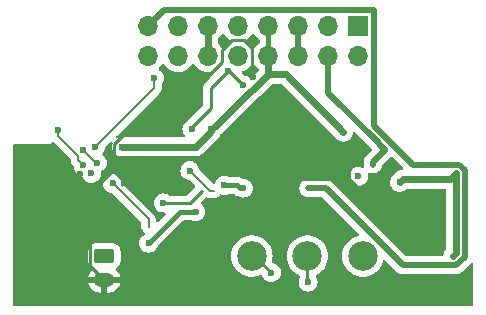
<source format=gbr>
%TF.GenerationSoftware,KiCad,Pcbnew,8.0.1*%
%TF.CreationDate,2024-03-24T23:40:04+02:00*%
%TF.ProjectId,circuit schematic,63697263-7569-4742-9073-6368656d6174,rev?*%
%TF.SameCoordinates,Original*%
%TF.FileFunction,Copper,L2,Bot*%
%TF.FilePolarity,Positive*%
%FSLAX46Y46*%
G04 Gerber Fmt 4.6, Leading zero omitted, Abs format (unit mm)*
G04 Created by KiCad (PCBNEW 8.0.1) date 2024-03-24 23:40:04*
%MOMM*%
%LPD*%
G01*
G04 APERTURE LIST*
G04 Aperture macros list*
%AMRoundRect*
0 Rectangle with rounded corners*
0 $1 Rounding radius*
0 $2 $3 $4 $5 $6 $7 $8 $9 X,Y pos of 4 corners*
0 Add a 4 corners polygon primitive as box body*
4,1,4,$2,$3,$4,$5,$6,$7,$8,$9,$2,$3,0*
0 Add four circle primitives for the rounded corners*
1,1,$1+$1,$2,$3*
1,1,$1+$1,$4,$5*
1,1,$1+$1,$6,$7*
1,1,$1+$1,$8,$9*
0 Add four rect primitives between the rounded corners*
20,1,$1+$1,$2,$3,$4,$5,0*
20,1,$1+$1,$4,$5,$6,$7,0*
20,1,$1+$1,$6,$7,$8,$9,0*
20,1,$1+$1,$8,$9,$2,$3,0*%
G04 Aperture macros list end*
%TA.AperFunction,ComponentPad*%
%ADD10R,1.700000X1.700000*%
%TD*%
%TA.AperFunction,ComponentPad*%
%ADD11O,1.700000X1.700000*%
%TD*%
%TA.AperFunction,ComponentPad*%
%ADD12C,2.500000*%
%TD*%
%TA.AperFunction,ComponentPad*%
%ADD13RoundRect,0.250000X-0.625000X0.350000X-0.625000X-0.350000X0.625000X-0.350000X0.625000X0.350000X0*%
%TD*%
%TA.AperFunction,ComponentPad*%
%ADD14O,1.750000X1.200000*%
%TD*%
%TA.AperFunction,ViaPad*%
%ADD15C,0.600000*%
%TD*%
%TA.AperFunction,Conductor*%
%ADD16C,0.400000*%
%TD*%
%TA.AperFunction,Conductor*%
%ADD17C,0.600000*%
%TD*%
%TA.AperFunction,Conductor*%
%ADD18C,0.250000*%
%TD*%
%TA.AperFunction,Conductor*%
%ADD19C,0.200000*%
%TD*%
%TA.AperFunction,Conductor*%
%ADD20C,0.500000*%
%TD*%
G04 APERTURE END LIST*
D10*
%TO.P,J3,1,Pin_1*%
%TO.N,Motor2_A*%
X134500000Y-52500000D03*
D11*
%TO.P,J3,2,Pin_2*%
%TO.N,PWM1*%
X134500000Y-55040000D03*
%TO.P,J3,3,Pin_3*%
%TO.N,Motor2_B*%
X131960000Y-52500000D03*
%TO.P,J3,4,Pin_4*%
%TO.N,PWM2*%
X131960000Y-55040000D03*
%TO.P,J3,5,Pin_5*%
%TO.N,GND*%
X129420000Y-52500000D03*
%TO.P,J3,6,Pin_6*%
X129420000Y-55040000D03*
%TO.P,J3,7,Pin_7*%
%TO.N,BATT_1*%
X126880000Y-52500000D03*
%TO.P,J3,8,Pin_8*%
X126880000Y-55040000D03*
%TO.P,J3,9,Pin_9*%
%TO.N,RESERVE*%
X124340000Y-52500000D03*
%TO.P,J3,10,Pin_10*%
%TO.N,BATT_ADC*%
X124340000Y-55040000D03*
%TO.P,J3,11,Pin_11*%
%TO.N,+5V*%
X121800000Y-52500000D03*
%TO.P,J3,12,Pin_12*%
X121800000Y-55040000D03*
%TO.P,J3,13,Pin_13*%
%TO.N,Motor1_A*%
X119260000Y-52500000D03*
%TO.P,J3,14,Pin_14*%
%TO.N,PWM3*%
X119260000Y-55040000D03*
%TO.P,J3,15,Pin_15*%
%TO.N,Motor1_B*%
X116720000Y-52500000D03*
%TO.P,J3,16,Pin_16*%
%TO.N,PWM4*%
X116720000Y-55040000D03*
%TD*%
D12*
%TO.P,SW1,1,1*%
%TO.N,Net-(JP3-A)*%
X134900000Y-72000000D03*
%TO.P,SW1,2,2*%
%TO.N,Net-(J2-Pin_1)*%
X130200000Y-72000000D03*
%TO.P,SW1,3,3*%
%TO.N,Net-(JP6-A)*%
X125500000Y-72000000D03*
%TD*%
D13*
%TO.P,J2,1,Pin_1*%
%TO.N,Net-(J2-Pin_1)*%
X113000000Y-72000000D03*
D14*
%TO.P,J2,2,Pin_2*%
%TO.N,GND*%
X113000000Y-74000000D03*
%TD*%
D15*
%TO.N,Net-(JP10-A)*%
X116750000Y-70900000D03*
%TO.N,BATT_1*%
X122075000Y-61250000D03*
%TO.N,BATT_ADC*%
X120425000Y-61250000D03*
%TO.N,BATT_1*%
X111238862Y-63025000D03*
X112407193Y-64092807D03*
%TO.N,PWM3*%
X112250000Y-62750000D03*
%TO.N,GND*%
X110981740Y-65067432D03*
X120251701Y-58250000D03*
%TO.N,BATT_1*%
X114460000Y-62750000D03*
X138000000Y-65750000D03*
%TO.N,GND*%
X125690000Y-65500000D03*
X125559314Y-56809314D03*
%TO.N,*%
X111900479Y-65003981D03*
%TO.N,GND*%
X134770000Y-66500000D03*
X133750000Y-64625000D03*
%TO.N,BATT_1*%
X133250000Y-61500000D03*
%TO.N,BATT_ADC*%
X124750000Y-57500000D03*
%TO.N,PWM1*%
X134500000Y-65250000D03*
X134500000Y-65250000D03*
%TO.N,PWM4*%
X111190846Y-64295242D03*
%TO.N,Net-(JP10-A)*%
X124770000Y-66250000D03*
%TO.N,PWM2*%
X136750000Y-63000000D03*
%TO.N,BATT_ADC*%
X123460686Y-56289314D03*
%TO.N,Net-(JP10-A)*%
X120750000Y-68250000D03*
%TO.N,BATT_1*%
X113700000Y-65844659D03*
%TO.N,/STAT*%
X118000000Y-67500000D03*
%TO.N,Net-(J2-Pin_1)*%
X130250000Y-74200000D03*
%TO.N,Net-(JP6-A)*%
X127145281Y-73395281D03*
%TO.N,Net-(JP10-A)*%
X123170000Y-66000000D03*
%TO.N,Net-(U1-V_{SS})*%
X120250000Y-64762500D03*
%TO.N,PWM3*%
X117250000Y-56929264D03*
%TO.N,PWM4*%
X109050000Y-61288235D03*
%TD*%
D16*
%TO.N,Net-(JP10-A)*%
X119400000Y-68250000D02*
X116750000Y-70900000D01*
X120750000Y-68250000D02*
X119400000Y-68250000D01*
D17*
%TO.N,BATT_1*%
X125668629Y-57831371D02*
X126880000Y-56620000D01*
X125550000Y-57831371D02*
X125668629Y-57831371D01*
X122131371Y-61250000D02*
X125550000Y-57831371D01*
X122075000Y-61250000D02*
X122131371Y-61250000D01*
X122075000Y-61425000D02*
X122075000Y-61250000D01*
X120750000Y-62750000D02*
X122075000Y-61425000D01*
D18*
%TO.N,BATT_ADC*%
X122000000Y-59500000D02*
X120425000Y-61075000D01*
X120425000Y-61075000D02*
X120425000Y-61250000D01*
X122000000Y-57750000D02*
X122000000Y-59500000D01*
X123460686Y-56289314D02*
X122000000Y-57750000D01*
D19*
%TO.N,BATT_1*%
X112306669Y-64092807D02*
X111238862Y-63025000D01*
X112407193Y-64092807D02*
X112306669Y-64092807D01*
%TO.N,PWM3*%
X117250000Y-57750000D02*
X112250000Y-62750000D01*
D18*
%TO.N,GND*%
X110981740Y-65067432D02*
X110981740Y-65883441D01*
X110981740Y-65883441D02*
X111800000Y-66701701D01*
D19*
%TO.N,PWM3*%
X117250000Y-56929264D02*
X117250000Y-57750000D01*
D18*
%TO.N,GND*%
X113666701Y-64835000D02*
X111800000Y-66701701D01*
X113835000Y-64835000D02*
X113666701Y-64835000D01*
X113835000Y-64835000D02*
X113835000Y-62491117D01*
X113835000Y-62491117D02*
X118076117Y-58250000D01*
X118076117Y-58250000D02*
X120251701Y-58250000D01*
X114500000Y-65500000D02*
X113835000Y-64835000D01*
X114500000Y-66000000D02*
X114500000Y-65500000D01*
X111800000Y-66701701D02*
X111800000Y-72800000D01*
X111800000Y-72800000D02*
X113000000Y-74000000D01*
X122975000Y-55526701D02*
X120251701Y-58250000D01*
D17*
%TO.N,BATT_1*%
X120750000Y-62750000D02*
X114460000Y-62750000D01*
X138250000Y-65500000D02*
X138000000Y-65750000D01*
X142250000Y-65500000D02*
X138250000Y-65500000D01*
X142750000Y-65000000D02*
X142750000Y-71750000D01*
D18*
%TO.N,GND*%
X125710000Y-65480000D02*
X125690000Y-65500000D01*
X133750000Y-65480000D02*
X125710000Y-65480000D01*
X122975000Y-54553299D02*
X122975000Y-55526701D01*
X123853299Y-53675000D02*
X122975000Y-54553299D01*
X124826701Y-53675000D02*
X123853299Y-53675000D01*
X125515000Y-56853628D02*
X125515000Y-54363299D01*
X125515000Y-54363299D02*
X124826701Y-53675000D01*
X125559314Y-56809314D02*
X125515000Y-56853628D01*
X133750000Y-64625000D02*
X133750000Y-65480000D01*
X133750000Y-65480000D02*
X134770000Y-66500000D01*
D17*
%TO.N,BATT_1*%
X128370000Y-56620000D02*
X133250000Y-61500000D01*
X126880000Y-56620000D02*
X128370000Y-56620000D01*
D18*
%TO.N,BATT_ADC*%
X123539314Y-56289314D02*
X124750000Y-57500000D01*
X123460686Y-56289314D02*
X123539314Y-56289314D01*
D20*
%TO.N,PWM2*%
X135750000Y-64000000D02*
X135750000Y-64250000D01*
X136750000Y-63000000D02*
X135750000Y-64000000D01*
D19*
%TO.N,PWM4*%
X110750000Y-63854396D02*
X111190846Y-64295242D01*
X110750000Y-63500000D02*
X110750000Y-63854396D01*
X109050000Y-61288235D02*
X109050000Y-61800000D01*
X109050000Y-61800000D02*
X110750000Y-63500000D01*
D16*
%TO.N,Net-(JP10-A)*%
X124500000Y-66250000D02*
X124770000Y-66250000D01*
X124250000Y-66000000D02*
X124500000Y-66250000D01*
X123170000Y-66000000D02*
X124250000Y-66000000D01*
%TO.N,BATT_1*%
X126880000Y-52500000D02*
X126880000Y-55040000D01*
D17*
%TO.N,+5V*%
X121800000Y-52500000D02*
X121800000Y-55040000D01*
D20*
%TO.N,PWM2*%
X136250000Y-62500000D02*
X136750000Y-63000000D01*
X136250000Y-62439340D02*
X136250000Y-62500000D01*
X131960000Y-58149340D02*
X136250000Y-62439340D01*
X131960000Y-55040000D02*
X131960000Y-58149340D01*
%TO.N,Motor1_B*%
X138250000Y-72750000D02*
X131750000Y-66250000D01*
X142810660Y-72750000D02*
X138250000Y-72750000D01*
X143500000Y-64689340D02*
X143500000Y-72060660D01*
X139100000Y-64250000D02*
X143060660Y-64250000D01*
X135800000Y-60950000D02*
X139100000Y-64250000D01*
X135800000Y-51200000D02*
X135800000Y-60950000D01*
X118020000Y-51200000D02*
X135800000Y-51200000D01*
X143500000Y-72060660D02*
X142810660Y-72750000D01*
X131750000Y-66250000D02*
X130250000Y-66250000D01*
X143060660Y-64250000D02*
X143500000Y-64689340D01*
X116720000Y-52500000D02*
X118020000Y-51200000D01*
D17*
%TO.N,BATT_1*%
X126880000Y-55040000D02*
X126880000Y-56620000D01*
D19*
X113700000Y-65844659D02*
X116750000Y-68894659D01*
X116750000Y-68894659D02*
X116750000Y-69500000D01*
D17*
X142750000Y-71750000D02*
X142500000Y-72000000D01*
X142250000Y-65500000D02*
X142750000Y-65000000D01*
D18*
%TO.N,/STAT*%
X120250000Y-67500000D02*
X121250000Y-66500000D01*
X118000000Y-67500000D02*
X120250000Y-67500000D01*
%TO.N,GND*%
X113000000Y-74000000D02*
X113575000Y-74000000D01*
%TO.N,Net-(J2-Pin_1)*%
X130200000Y-74150000D02*
X130250000Y-74200000D01*
X130200000Y-72000000D02*
X130200000Y-74150000D01*
%TO.N,Net-(JP6-A)*%
X125750000Y-72000000D02*
X127145281Y-73395281D01*
X125500000Y-72000000D02*
X125750000Y-72000000D01*
D19*
%TO.N,Net-(U1-V_{SS})*%
X121987500Y-66500000D02*
X122250000Y-66500000D01*
X120250000Y-64762500D02*
X121987500Y-66500000D01*
%TD*%
%TA.AperFunction,Conductor*%
%TO.N,GND*%
G36*
X128054099Y-57440185D02*
G01*
X128074741Y-57456819D01*
X132747738Y-62129816D01*
X132813137Y-62170909D01*
X132816046Y-62172794D01*
X132870821Y-62209393D01*
X132871611Y-62209720D01*
X132890132Y-62219288D01*
X132900478Y-62225789D01*
X132961160Y-62247022D01*
X132967627Y-62249492D01*
X133016494Y-62269734D01*
X133016498Y-62269735D01*
X133016503Y-62269737D01*
X133030139Y-62272449D01*
X133046898Y-62277023D01*
X133070745Y-62285368D01*
X133121713Y-62291110D01*
X133131991Y-62292709D01*
X133159139Y-62298109D01*
X133171156Y-62300500D01*
X133171157Y-62300500D01*
X133198085Y-62300500D01*
X133211969Y-62301280D01*
X133249998Y-62305565D01*
X133250000Y-62305565D01*
X133250002Y-62305565D01*
X133288031Y-62301280D01*
X133301915Y-62300500D01*
X133328841Y-62300500D01*
X133328842Y-62300500D01*
X133368017Y-62292707D01*
X133378283Y-62291110D01*
X133429255Y-62285368D01*
X133453107Y-62277020D01*
X133469852Y-62272450D01*
X133483497Y-62269737D01*
X133532382Y-62249487D01*
X133538852Y-62247017D01*
X133599522Y-62225789D01*
X133609860Y-62219292D01*
X133628389Y-62209719D01*
X133629179Y-62209393D01*
X133683976Y-62172778D01*
X133686854Y-62170914D01*
X133686862Y-62170909D01*
X133752262Y-62129816D01*
X133879816Y-62002262D01*
X133920921Y-61936842D01*
X133922778Y-61933976D01*
X133959393Y-61879179D01*
X133959719Y-61878389D01*
X133969293Y-61859859D01*
X133975789Y-61849522D01*
X133997017Y-61788852D01*
X133999493Y-61782368D01*
X134019737Y-61733497D01*
X134022450Y-61719852D01*
X134027020Y-61703107D01*
X134035368Y-61679255D01*
X134041110Y-61628283D01*
X134042708Y-61618010D01*
X134050500Y-61578842D01*
X134050500Y-61578839D01*
X134051304Y-61574798D01*
X134083690Y-61512888D01*
X134144406Y-61478314D01*
X134214175Y-61482055D01*
X134260602Y-61511310D01*
X135553422Y-62804129D01*
X135580301Y-62844356D01*
X135584911Y-62855486D01*
X135584920Y-62855503D01*
X135614317Y-62899497D01*
X135614318Y-62899502D01*
X135614320Y-62899502D01*
X135627803Y-62919682D01*
X135648679Y-62986360D01*
X135630193Y-63053740D01*
X135612380Y-63076251D01*
X135167045Y-63521586D01*
X135135066Y-63569450D01*
X135135064Y-63569453D01*
X135084914Y-63644507D01*
X135028343Y-63781082D01*
X135028340Y-63781092D01*
X134999500Y-63926079D01*
X134999500Y-63926082D01*
X134999500Y-64323918D01*
X134999500Y-64323920D01*
X134999499Y-64323920D01*
X135011184Y-64382658D01*
X135004957Y-64452250D01*
X134962094Y-64507427D01*
X134896205Y-64530672D01*
X134848613Y-64523892D01*
X134679257Y-64464632D01*
X134679249Y-64464630D01*
X134500004Y-64444435D01*
X134499996Y-64444435D01*
X134320750Y-64464630D01*
X134320745Y-64464631D01*
X134150476Y-64524211D01*
X133997737Y-64620184D01*
X133870184Y-64747737D01*
X133774211Y-64900476D01*
X133714631Y-65070745D01*
X133714630Y-65070750D01*
X133694435Y-65249996D01*
X133694435Y-65250003D01*
X133714630Y-65429249D01*
X133714631Y-65429254D01*
X133774211Y-65599523D01*
X133816640Y-65667048D01*
X133870184Y-65752262D01*
X133997738Y-65879816D01*
X134150478Y-65975789D01*
X134293661Y-66025891D01*
X134320745Y-66035368D01*
X134320750Y-66035369D01*
X134499996Y-66055565D01*
X134500000Y-66055565D01*
X134500004Y-66055565D01*
X134679249Y-66035369D01*
X134679252Y-66035368D01*
X134679255Y-66035368D01*
X134849522Y-65975789D01*
X135002262Y-65879816D01*
X135129816Y-65752262D01*
X135225789Y-65599522D01*
X135285368Y-65429255D01*
X135285369Y-65429249D01*
X135305565Y-65250003D01*
X135305565Y-65249997D01*
X135285164Y-65068933D01*
X135297218Y-65000111D01*
X135344567Y-64948731D01*
X135412178Y-64931107D01*
X135455834Y-64940487D01*
X135531087Y-64971658D01*
X135531091Y-64971658D01*
X135531092Y-64971659D01*
X135676079Y-65000500D01*
X135676082Y-65000500D01*
X135823920Y-65000500D01*
X135921462Y-64981096D01*
X135968913Y-64971658D01*
X136105495Y-64915084D01*
X136228416Y-64832951D01*
X136332951Y-64728416D01*
X136415084Y-64605495D01*
X136471658Y-64468913D01*
X136496402Y-64344515D01*
X136528786Y-64282606D01*
X136530225Y-64281140D01*
X137058059Y-63753306D01*
X137094132Y-63730657D01*
X137093244Y-63728813D01*
X137099515Y-63725792D01*
X137099516Y-63725790D01*
X137099522Y-63725789D01*
X137252262Y-63629816D01*
X137252266Y-63629811D01*
X137257705Y-63625475D01*
X137259622Y-63627879D01*
X137308997Y-63600919D01*
X137378689Y-63605903D01*
X137423036Y-63634404D01*
X138276451Y-64487819D01*
X138309936Y-64549142D01*
X138304952Y-64618834D01*
X138263080Y-64674767D01*
X138197616Y-64699184D01*
X138188770Y-64699500D01*
X138171154Y-64699500D01*
X138016509Y-64730261D01*
X138016501Y-64730263D01*
X137974314Y-64747738D01*
X137974313Y-64747738D01*
X137870827Y-64790602D01*
X137870814Y-64790609D01*
X137739929Y-64878065D01*
X137739705Y-64878215D01*
X137497738Y-65120184D01*
X137370186Y-65247735D01*
X137370180Y-65247742D01*
X137329092Y-65313132D01*
X137327209Y-65316038D01*
X137309598Y-65342397D01*
X137290604Y-65370824D01*
X137290600Y-65370832D01*
X137290266Y-65371639D01*
X137280713Y-65390127D01*
X137274212Y-65400474D01*
X137274210Y-65400477D01*
X137252982Y-65461140D01*
X137250504Y-65467631D01*
X137230264Y-65516496D01*
X137230263Y-65516502D01*
X137227550Y-65530140D01*
X137222975Y-65546898D01*
X137214634Y-65570735D01*
X137214632Y-65570742D01*
X137208890Y-65621696D01*
X137207288Y-65631994D01*
X137199500Y-65671152D01*
X137199500Y-65698085D01*
X137198720Y-65711968D01*
X137194435Y-65750000D01*
X137196866Y-65771580D01*
X137198720Y-65788029D01*
X137199500Y-65801914D01*
X137199500Y-65828844D01*
X137207288Y-65868003D01*
X137208890Y-65878303D01*
X137214632Y-65929252D01*
X137214633Y-65929260D01*
X137222976Y-65953104D01*
X137227550Y-65969860D01*
X137230262Y-65983496D01*
X137246347Y-66022330D01*
X137249972Y-66031082D01*
X137250509Y-66032377D01*
X137252988Y-66038872D01*
X137274212Y-66099524D01*
X137280709Y-66109865D01*
X137290268Y-66128365D01*
X137290603Y-66129173D01*
X137290605Y-66129179D01*
X137327223Y-66183982D01*
X137329114Y-66186900D01*
X137370180Y-66252257D01*
X137370182Y-66252260D01*
X137370184Y-66252262D01*
X137497738Y-66379816D01*
X137563096Y-66420883D01*
X137563131Y-66420905D01*
X137566040Y-66422790D01*
X137620821Y-66459394D01*
X137621606Y-66459719D01*
X137640134Y-66469289D01*
X137650478Y-66475789D01*
X137711175Y-66497028D01*
X137717607Y-66499484D01*
X137746021Y-66511253D01*
X137766497Y-66519735D01*
X137766498Y-66519735D01*
X137766503Y-66519737D01*
X137780139Y-66522449D01*
X137796898Y-66527023D01*
X137820745Y-66535368D01*
X137871714Y-66541110D01*
X137881992Y-66542709D01*
X137909140Y-66548109D01*
X137921157Y-66550500D01*
X137921158Y-66550500D01*
X137948085Y-66550500D01*
X137961969Y-66551280D01*
X137999998Y-66555565D01*
X138000000Y-66555565D01*
X138000002Y-66555565D01*
X138038031Y-66551280D01*
X138051915Y-66550500D01*
X138078841Y-66550500D01*
X138078842Y-66550500D01*
X138118017Y-66542707D01*
X138128283Y-66541110D01*
X138179255Y-66535368D01*
X138203100Y-66527023D01*
X138219862Y-66522448D01*
X138233497Y-66519737D01*
X138282389Y-66499484D01*
X138288837Y-66497023D01*
X138349522Y-66475789D01*
X138359868Y-66469287D01*
X138378390Y-66459720D01*
X138379179Y-66459394D01*
X138433987Y-66422771D01*
X138436825Y-66420931D01*
X138502262Y-66379816D01*
X138545259Y-66336819D01*
X138606582Y-66303334D01*
X138632940Y-66300500D01*
X141825500Y-66300500D01*
X141892539Y-66320185D01*
X141938294Y-66372989D01*
X141949500Y-66424500D01*
X141949500Y-71367059D01*
X141929815Y-71434098D01*
X141913181Y-71454740D01*
X141878213Y-71489707D01*
X141878210Y-71489711D01*
X141790609Y-71620814D01*
X141790602Y-71620827D01*
X141730264Y-71766498D01*
X141730261Y-71766508D01*
X141703769Y-71899692D01*
X141671384Y-71961603D01*
X141610668Y-71996177D01*
X141582152Y-71999500D01*
X138612229Y-71999500D01*
X138545190Y-71979815D01*
X138524548Y-71963181D01*
X132228421Y-65667052D01*
X132228420Y-65667051D01*
X132225963Y-65665409D01*
X132127354Y-65599522D01*
X132127352Y-65599519D01*
X132105495Y-65584916D01*
X132105490Y-65584913D01*
X131968917Y-65528343D01*
X131968907Y-65528340D01*
X131823920Y-65499500D01*
X131823918Y-65499500D01*
X130176082Y-65499500D01*
X130176080Y-65499500D01*
X130031092Y-65528340D01*
X130031082Y-65528343D01*
X129894511Y-65584912D01*
X129894498Y-65584919D01*
X129771584Y-65667048D01*
X129771580Y-65667051D01*
X129667051Y-65771580D01*
X129667048Y-65771584D01*
X129584919Y-65894498D01*
X129584912Y-65894511D01*
X129528343Y-66031082D01*
X129528340Y-66031092D01*
X129499500Y-66176079D01*
X129499500Y-66176082D01*
X129499500Y-66323918D01*
X129499500Y-66323920D01*
X129499499Y-66323920D01*
X129528340Y-66468907D01*
X129528343Y-66468917D01*
X129584912Y-66605488D01*
X129584919Y-66605501D01*
X129667048Y-66728415D01*
X129667051Y-66728419D01*
X129771580Y-66832948D01*
X129771584Y-66832951D01*
X129894498Y-66915080D01*
X129894511Y-66915087D01*
X129973691Y-66947884D01*
X130031087Y-66971658D01*
X130031091Y-66971658D01*
X130031092Y-66971659D01*
X130176079Y-67000500D01*
X130176082Y-67000500D01*
X131387770Y-67000500D01*
X131454809Y-67020185D01*
X131475451Y-67036819D01*
X133038155Y-68599523D01*
X134530365Y-70091732D01*
X134563850Y-70153055D01*
X134558866Y-70222747D01*
X134516994Y-70278680D01*
X134479234Y-70297904D01*
X134258673Y-70365938D01*
X134022303Y-70479767D01*
X134022302Y-70479768D01*
X133805520Y-70627567D01*
X133613198Y-70806014D01*
X133449614Y-71011143D01*
X133318432Y-71238356D01*
X133222582Y-71482578D01*
X133222576Y-71482597D01*
X133164197Y-71738374D01*
X133164196Y-71738379D01*
X133144592Y-71999995D01*
X133144592Y-72000004D01*
X133164196Y-72261620D01*
X133164197Y-72261625D01*
X133222576Y-72517402D01*
X133222578Y-72517411D01*
X133222580Y-72517416D01*
X133318432Y-72761643D01*
X133449614Y-72988857D01*
X133541030Y-73103489D01*
X133613198Y-73193985D01*
X133762969Y-73332951D01*
X133805521Y-73372433D01*
X134022296Y-73520228D01*
X134022301Y-73520230D01*
X134022302Y-73520231D01*
X134022303Y-73520232D01*
X134134823Y-73574418D01*
X134258673Y-73634061D01*
X134258674Y-73634061D01*
X134258677Y-73634063D01*
X134509385Y-73711396D01*
X134768818Y-73750500D01*
X135031182Y-73750500D01*
X135290615Y-73711396D01*
X135541323Y-73634063D01*
X135777704Y-73520228D01*
X135994479Y-73372433D01*
X136186805Y-73193981D01*
X136350386Y-72988857D01*
X136481568Y-72761643D01*
X136577420Y-72517416D01*
X136597855Y-72427881D01*
X136631963Y-72366905D01*
X136693624Y-72334046D01*
X136763261Y-72339741D01*
X136806427Y-72367794D01*
X137667049Y-73228416D01*
X137722030Y-73283397D01*
X137771585Y-73332952D01*
X137894498Y-73415080D01*
X137894511Y-73415087D01*
X138031082Y-73471656D01*
X138031087Y-73471658D01*
X138031091Y-73471658D01*
X138031092Y-73471659D01*
X138176079Y-73500500D01*
X138176082Y-73500500D01*
X142884580Y-73500500D01*
X142982122Y-73481096D01*
X143029573Y-73471658D01*
X143166155Y-73415084D01*
X143229987Y-73372433D01*
X143289076Y-73332952D01*
X144037819Y-72584209D01*
X144099142Y-72550724D01*
X144168834Y-72555708D01*
X144224767Y-72597580D01*
X144249184Y-72663044D01*
X144249500Y-72671890D01*
X144249500Y-76125500D01*
X144229815Y-76192539D01*
X144177011Y-76238294D01*
X144125500Y-76249500D01*
X105374500Y-76249500D01*
X105307461Y-76229815D01*
X105261706Y-76177011D01*
X105250500Y-76125500D01*
X105250500Y-72400001D01*
X111624500Y-72400001D01*
X111624501Y-72400019D01*
X111635000Y-72502796D01*
X111635001Y-72502799D01*
X111690185Y-72669331D01*
X111690187Y-72669336D01*
X111725069Y-72725888D01*
X111782288Y-72818656D01*
X111906344Y-72942712D01*
X111970981Y-72982580D01*
X112017705Y-73034526D01*
X112028928Y-73103489D01*
X112001085Y-73167571D01*
X111993566Y-73175799D01*
X111885964Y-73283401D01*
X111784195Y-73423475D01*
X111705591Y-73577744D01*
X111652085Y-73742415D01*
X111650884Y-73749999D01*
X111650885Y-73750000D01*
X112719670Y-73750000D01*
X112699925Y-73769745D01*
X112650556Y-73855255D01*
X112625000Y-73950630D01*
X112625000Y-74049370D01*
X112650556Y-74144745D01*
X112699925Y-74230255D01*
X112719670Y-74250000D01*
X111650885Y-74250000D01*
X111652085Y-74257584D01*
X111705591Y-74422255D01*
X111784195Y-74576524D01*
X111885967Y-74716602D01*
X112008397Y-74839032D01*
X112148475Y-74940804D01*
X112302742Y-75019408D01*
X112467415Y-75072914D01*
X112638429Y-75100000D01*
X112750000Y-75100000D01*
X112750000Y-74280330D01*
X112769745Y-74300075D01*
X112855255Y-74349444D01*
X112950630Y-74375000D01*
X113049370Y-74375000D01*
X113144745Y-74349444D01*
X113230255Y-74300075D01*
X113250000Y-74280330D01*
X113250000Y-75100000D01*
X113361571Y-75100000D01*
X113532584Y-75072914D01*
X113697257Y-75019408D01*
X113851524Y-74940804D01*
X113991602Y-74839032D01*
X114114032Y-74716602D01*
X114215804Y-74576524D01*
X114294408Y-74422255D01*
X114347914Y-74257584D01*
X114349115Y-74250000D01*
X113280330Y-74250000D01*
X113300075Y-74230255D01*
X113349444Y-74144745D01*
X113375000Y-74049370D01*
X113375000Y-73950630D01*
X113349444Y-73855255D01*
X113300075Y-73769745D01*
X113280330Y-73750000D01*
X114349115Y-73750000D01*
X114349115Y-73749999D01*
X114347914Y-73742415D01*
X114294408Y-73577744D01*
X114215804Y-73423475D01*
X114114032Y-73283397D01*
X114006434Y-73175799D01*
X113972949Y-73114476D01*
X113977933Y-73044784D01*
X114019805Y-72988851D01*
X114028995Y-72982594D01*
X114093656Y-72942712D01*
X114217712Y-72818656D01*
X114309814Y-72669334D01*
X114364999Y-72502797D01*
X114375500Y-72400009D01*
X114375500Y-72000004D01*
X123744592Y-72000004D01*
X123764196Y-72261620D01*
X123764197Y-72261625D01*
X123822576Y-72517402D01*
X123822578Y-72517411D01*
X123822580Y-72517416D01*
X123918432Y-72761643D01*
X124049614Y-72988857D01*
X124141030Y-73103489D01*
X124213198Y-73193985D01*
X124362969Y-73332951D01*
X124405521Y-73372433D01*
X124622296Y-73520228D01*
X124622301Y-73520230D01*
X124622302Y-73520231D01*
X124622303Y-73520232D01*
X124734823Y-73574418D01*
X124858673Y-73634061D01*
X124858674Y-73634061D01*
X124858677Y-73634063D01*
X125109385Y-73711396D01*
X125368818Y-73750500D01*
X125631182Y-73750500D01*
X125890615Y-73711396D01*
X126141323Y-73634063D01*
X126221200Y-73595595D01*
X126290140Y-73584243D01*
X126354275Y-73611964D01*
X126392044Y-73666361D01*
X126419491Y-73744802D01*
X126454608Y-73800690D01*
X126515465Y-73897543D01*
X126643019Y-74025097D01*
X126795759Y-74121070D01*
X126966026Y-74180649D01*
X126966031Y-74180650D01*
X127145277Y-74200846D01*
X127145281Y-74200846D01*
X127145285Y-74200846D01*
X127324530Y-74180650D01*
X127324533Y-74180649D01*
X127324536Y-74180649D01*
X127494803Y-74121070D01*
X127647543Y-74025097D01*
X127775097Y-73897543D01*
X127871070Y-73744803D01*
X127930649Y-73574536D01*
X127930650Y-73574530D01*
X127950846Y-73395284D01*
X127950846Y-73395277D01*
X127930650Y-73216031D01*
X127930649Y-73216026D01*
X127871070Y-73045759D01*
X127870457Y-73044784D01*
X127775096Y-72893018D01*
X127647543Y-72765465D01*
X127494802Y-72669491D01*
X127324530Y-72609911D01*
X127298408Y-72606968D01*
X127233994Y-72579900D01*
X127194440Y-72522305D01*
X127191402Y-72456156D01*
X127235802Y-72261630D01*
X127240296Y-72201662D01*
X127255408Y-72000004D01*
X128444592Y-72000004D01*
X128464196Y-72261620D01*
X128464197Y-72261625D01*
X128522576Y-72517402D01*
X128522578Y-72517411D01*
X128522580Y-72517416D01*
X128618432Y-72761643D01*
X128749614Y-72988857D01*
X128841030Y-73103489D01*
X128913198Y-73193985D01*
X129062969Y-73332951D01*
X129105521Y-73372433D01*
X129322296Y-73520228D01*
X129322301Y-73520230D01*
X129322302Y-73520231D01*
X129322303Y-73520232D01*
X129504301Y-73607877D01*
X129556161Y-73654699D01*
X129574500Y-73719597D01*
X129574500Y-73734719D01*
X129555494Y-73800690D01*
X129524209Y-73850479D01*
X129464633Y-74020737D01*
X129464630Y-74020750D01*
X129444435Y-74199996D01*
X129444435Y-74200003D01*
X129464630Y-74379249D01*
X129464631Y-74379254D01*
X129524211Y-74549523D01*
X129541177Y-74576524D01*
X129620184Y-74702262D01*
X129747738Y-74829816D01*
X129900478Y-74925789D01*
X130070745Y-74985368D01*
X130070750Y-74985369D01*
X130249996Y-75005565D01*
X130250000Y-75005565D01*
X130250004Y-75005565D01*
X130429249Y-74985369D01*
X130429252Y-74985368D01*
X130429255Y-74985368D01*
X130599522Y-74925789D01*
X130752262Y-74829816D01*
X130879816Y-74702262D01*
X130975789Y-74549522D01*
X131035368Y-74379255D01*
X131035369Y-74379249D01*
X131055565Y-74200003D01*
X131055565Y-74199996D01*
X131035369Y-74020750D01*
X131035368Y-74020745D01*
X130992258Y-73897543D01*
X130975789Y-73850478D01*
X130913981Y-73752111D01*
X130894981Y-73684874D01*
X130915349Y-73618039D01*
X130965170Y-73574421D01*
X131077704Y-73520228D01*
X131294479Y-73372433D01*
X131486805Y-73193981D01*
X131650386Y-72988857D01*
X131781568Y-72761643D01*
X131877420Y-72517416D01*
X131935802Y-72261630D01*
X131940296Y-72201662D01*
X131955408Y-72000004D01*
X131955408Y-71999995D01*
X131935803Y-71738379D01*
X131935802Y-71738374D01*
X131935802Y-71738370D01*
X131877420Y-71482584D01*
X131781568Y-71238357D01*
X131650386Y-71011143D01*
X131486805Y-70806019D01*
X131486804Y-70806018D01*
X131486801Y-70806014D01*
X131294479Y-70627567D01*
X131181410Y-70550478D01*
X131077704Y-70479772D01*
X131077700Y-70479770D01*
X131077697Y-70479768D01*
X131077696Y-70479767D01*
X130841325Y-70365938D01*
X130841327Y-70365938D01*
X130590623Y-70288606D01*
X130590619Y-70288605D01*
X130590615Y-70288604D01*
X130465823Y-70269794D01*
X130331187Y-70249500D01*
X130331182Y-70249500D01*
X130068818Y-70249500D01*
X130068812Y-70249500D01*
X129907247Y-70273853D01*
X129809385Y-70288604D01*
X129809382Y-70288605D01*
X129809376Y-70288606D01*
X129558673Y-70365938D01*
X129322303Y-70479767D01*
X129322302Y-70479768D01*
X129105520Y-70627567D01*
X128913198Y-70806014D01*
X128749614Y-71011143D01*
X128618432Y-71238356D01*
X128522582Y-71482578D01*
X128522576Y-71482597D01*
X128464197Y-71738374D01*
X128464196Y-71738379D01*
X128444592Y-71999995D01*
X128444592Y-72000004D01*
X127255408Y-72000004D01*
X127255408Y-71999995D01*
X127235803Y-71738379D01*
X127235802Y-71738374D01*
X127235802Y-71738370D01*
X127177420Y-71482584D01*
X127081568Y-71238357D01*
X126950386Y-71011143D01*
X126786805Y-70806019D01*
X126786804Y-70806018D01*
X126786801Y-70806014D01*
X126594479Y-70627567D01*
X126481410Y-70550478D01*
X126377704Y-70479772D01*
X126377700Y-70479770D01*
X126377697Y-70479768D01*
X126377696Y-70479767D01*
X126141325Y-70365938D01*
X126141327Y-70365938D01*
X125890623Y-70288606D01*
X125890619Y-70288605D01*
X125890615Y-70288604D01*
X125765823Y-70269794D01*
X125631187Y-70249500D01*
X125631182Y-70249500D01*
X125368818Y-70249500D01*
X125368812Y-70249500D01*
X125207247Y-70273853D01*
X125109385Y-70288604D01*
X125109382Y-70288605D01*
X125109376Y-70288606D01*
X124858673Y-70365938D01*
X124622303Y-70479767D01*
X124622302Y-70479768D01*
X124405520Y-70627567D01*
X124213198Y-70806014D01*
X124049614Y-71011143D01*
X123918432Y-71238356D01*
X123822582Y-71482578D01*
X123822576Y-71482597D01*
X123764197Y-71738374D01*
X123764196Y-71738379D01*
X123744592Y-71999995D01*
X123744592Y-72000004D01*
X114375500Y-72000004D01*
X114375499Y-71599992D01*
X114368330Y-71529816D01*
X114364999Y-71497203D01*
X114364998Y-71497200D01*
X114344088Y-71434098D01*
X114309814Y-71330666D01*
X114217712Y-71181344D01*
X114093656Y-71057288D01*
X113944334Y-70965186D01*
X113777797Y-70910001D01*
X113777795Y-70910000D01*
X113675010Y-70899500D01*
X112324998Y-70899500D01*
X112324981Y-70899501D01*
X112222203Y-70910000D01*
X112222200Y-70910001D01*
X112055668Y-70965185D01*
X112055663Y-70965187D01*
X111906342Y-71057289D01*
X111782289Y-71181342D01*
X111690187Y-71330663D01*
X111690185Y-71330668D01*
X111666461Y-71402262D01*
X111635001Y-71497203D01*
X111635001Y-71497204D01*
X111635000Y-71497204D01*
X111624500Y-71599983D01*
X111624500Y-72400001D01*
X105250500Y-72400001D01*
X105250500Y-65844662D01*
X112894435Y-65844662D01*
X112914630Y-66023908D01*
X112914631Y-66023913D01*
X112974211Y-66194182D01*
X113041016Y-66300500D01*
X113070184Y-66346921D01*
X113197738Y-66474475D01*
X113350478Y-66570448D01*
X113520745Y-66630027D01*
X113607669Y-66639820D01*
X113672080Y-66666885D01*
X113681465Y-66675359D01*
X116113181Y-69107075D01*
X116146666Y-69168398D01*
X116149500Y-69194756D01*
X116149500Y-69579056D01*
X116190423Y-69731783D01*
X116190426Y-69731790D01*
X116269475Y-69868709D01*
X116269479Y-69868714D01*
X116269480Y-69868716D01*
X116381284Y-69980520D01*
X116381287Y-69980522D01*
X116387272Y-69985114D01*
X116428476Y-70041542D01*
X116432631Y-70111288D01*
X116398420Y-70172208D01*
X116377760Y-70188484D01*
X116247740Y-70270182D01*
X116247737Y-70270184D01*
X116120184Y-70397737D01*
X116024211Y-70550476D01*
X115964631Y-70720745D01*
X115964630Y-70720750D01*
X115944435Y-70899996D01*
X115944435Y-70900003D01*
X115964630Y-71079249D01*
X115964631Y-71079254D01*
X116024211Y-71249523D01*
X116075195Y-71330663D01*
X116120184Y-71402262D01*
X116247738Y-71529816D01*
X116400478Y-71625789D01*
X116570745Y-71685368D01*
X116570750Y-71685369D01*
X116749996Y-71705565D01*
X116750000Y-71705565D01*
X116750004Y-71705565D01*
X116929249Y-71685369D01*
X116929252Y-71685368D01*
X116929255Y-71685368D01*
X117099522Y-71625789D01*
X117252262Y-71529816D01*
X117379816Y-71402262D01*
X117475789Y-71249522D01*
X117512007Y-71146013D01*
X117541365Y-71099290D01*
X119653838Y-68986819D01*
X119715161Y-68953334D01*
X119741519Y-68950500D01*
X120324506Y-68950500D01*
X120390477Y-68969506D01*
X120400474Y-68975787D01*
X120400475Y-68975787D01*
X120400478Y-68975789D01*
X120522045Y-69018327D01*
X120570745Y-69035368D01*
X120570750Y-69035369D01*
X120749996Y-69055565D01*
X120750000Y-69055565D01*
X120750004Y-69055565D01*
X120929249Y-69035369D01*
X120929252Y-69035368D01*
X120929255Y-69035368D01*
X121099522Y-68975789D01*
X121252262Y-68879816D01*
X121379816Y-68752262D01*
X121475789Y-68599522D01*
X121535368Y-68429255D01*
X121537071Y-68414139D01*
X121555565Y-68250003D01*
X121555565Y-68249996D01*
X121535369Y-68070750D01*
X121535368Y-68070745D01*
X121475788Y-67900476D01*
X121379815Y-67747737D01*
X121252262Y-67620184D01*
X121237846Y-67611126D01*
X121191555Y-67558791D01*
X121180907Y-67489737D01*
X121209282Y-67425889D01*
X121216122Y-67418466D01*
X121573875Y-67060713D01*
X121635197Y-67027230D01*
X121704889Y-67032214D01*
X121723553Y-67041008D01*
X121734885Y-67047550D01*
X121755712Y-67059576D01*
X121755714Y-67059576D01*
X121755715Y-67059577D01*
X121908443Y-67100500D01*
X121908445Y-67100500D01*
X122329055Y-67100500D01*
X122329057Y-67100500D01*
X122481784Y-67059577D01*
X122618716Y-66980520D01*
X122730520Y-66868716D01*
X122762919Y-66812597D01*
X122813484Y-66764383D01*
X122882090Y-66751158D01*
X122911261Y-66757556D01*
X122990737Y-66785366D01*
X122990743Y-66785367D01*
X122990745Y-66785368D01*
X122990746Y-66785368D01*
X122990750Y-66785369D01*
X123169996Y-66805565D01*
X123170000Y-66805565D01*
X123170004Y-66805565D01*
X123349249Y-66785369D01*
X123349252Y-66785368D01*
X123349255Y-66785368D01*
X123519522Y-66725789D01*
X123520488Y-66725181D01*
X123529523Y-66719506D01*
X123595494Y-66700500D01*
X123908482Y-66700500D01*
X123975521Y-66720185D01*
X123996158Y-66736814D01*
X124033555Y-66774211D01*
X124053459Y-66794115D01*
X124168184Y-66870772D01*
X124168185Y-66870772D01*
X124168189Y-66870775D01*
X124208094Y-66887304D01*
X124295671Y-66923580D01*
X124295675Y-66923580D01*
X124295676Y-66923581D01*
X124295679Y-66923582D01*
X124319909Y-66928400D01*
X124322591Y-66928934D01*
X124334291Y-66931261D01*
X124376066Y-66947882D01*
X124420478Y-66975789D01*
X124567488Y-67027230D01*
X124590745Y-67035368D01*
X124590750Y-67035369D01*
X124769996Y-67055565D01*
X124770000Y-67055565D01*
X124770004Y-67055565D01*
X124949249Y-67035369D01*
X124949252Y-67035368D01*
X124949255Y-67035368D01*
X125119522Y-66975789D01*
X125272262Y-66879816D01*
X125399816Y-66752262D01*
X125495789Y-66599522D01*
X125555368Y-66429255D01*
X125556309Y-66420905D01*
X125575565Y-66250003D01*
X125575565Y-66249996D01*
X125555369Y-66070750D01*
X125555368Y-66070745D01*
X125538979Y-66023908D01*
X125495789Y-65900478D01*
X125495174Y-65899500D01*
X125445689Y-65820745D01*
X125399816Y-65747738D01*
X125272262Y-65620184D01*
X125239374Y-65599519D01*
X125119523Y-65524211D01*
X124949254Y-65464631D01*
X124949249Y-65464630D01*
X124770004Y-65444435D01*
X124770003Y-65444435D01*
X124770001Y-65444435D01*
X124770000Y-65444435D01*
X124737540Y-65448091D01*
X124668720Y-65436036D01*
X124654770Y-65427974D01*
X124637285Y-65416291D01*
X124581811Y-65379225D01*
X124581808Y-65379223D01*
X124581807Y-65379223D01*
X124454332Y-65326421D01*
X124454322Y-65326418D01*
X124318996Y-65299500D01*
X124318994Y-65299500D01*
X124318993Y-65299500D01*
X123595494Y-65299500D01*
X123529523Y-65280494D01*
X123519525Y-65274212D01*
X123349254Y-65214631D01*
X123349249Y-65214630D01*
X123170004Y-65194435D01*
X123169996Y-65194435D01*
X122990750Y-65214630D01*
X122990745Y-65214631D01*
X122820476Y-65274211D01*
X122667737Y-65370184D01*
X122540184Y-65497737D01*
X122444211Y-65650477D01*
X122390930Y-65802746D01*
X122350208Y-65859522D01*
X122285255Y-65885269D01*
X122216693Y-65871813D01*
X122186207Y-65849472D01*
X121080700Y-64743965D01*
X121047215Y-64682642D01*
X121045163Y-64670186D01*
X121035368Y-64583245D01*
X120975789Y-64412978D01*
X120879816Y-64260238D01*
X120752262Y-64132684D01*
X120688803Y-64092810D01*
X120599523Y-64036711D01*
X120429254Y-63977131D01*
X120429249Y-63977130D01*
X120250004Y-63956935D01*
X120249996Y-63956935D01*
X120070750Y-63977130D01*
X120070745Y-63977131D01*
X119900476Y-64036711D01*
X119747737Y-64132684D01*
X119620184Y-64260237D01*
X119524211Y-64412976D01*
X119464631Y-64583245D01*
X119464630Y-64583250D01*
X119444435Y-64762496D01*
X119444435Y-64762503D01*
X119464630Y-64941749D01*
X119464631Y-64941754D01*
X119524211Y-65112023D01*
X119610908Y-65250000D01*
X119620184Y-65264762D01*
X119747738Y-65392316D01*
X119900478Y-65488289D01*
X120070745Y-65547868D01*
X120157669Y-65557661D01*
X120222080Y-65584726D01*
X120231465Y-65593200D01*
X120664156Y-66025891D01*
X120697641Y-66087214D01*
X120692657Y-66156906D01*
X120664156Y-66201253D01*
X120027229Y-66838181D01*
X119965906Y-66871666D01*
X119939548Y-66874500D01*
X118544855Y-66874500D01*
X118478883Y-66855494D01*
X118349523Y-66774211D01*
X118179254Y-66714631D01*
X118179249Y-66714630D01*
X118000004Y-66694435D01*
X117999996Y-66694435D01*
X117820750Y-66714630D01*
X117820745Y-66714631D01*
X117650476Y-66774211D01*
X117497737Y-66870184D01*
X117370184Y-66997737D01*
X117274211Y-67150476D01*
X117214631Y-67320745D01*
X117214630Y-67320750D01*
X117194435Y-67499996D01*
X117194435Y-67500003D01*
X117214630Y-67679249D01*
X117214631Y-67679254D01*
X117274211Y-67849523D01*
X117370184Y-68002262D01*
X117497738Y-68129816D01*
X117650478Y-68225789D01*
X117719678Y-68250003D01*
X117820745Y-68285368D01*
X117820750Y-68285369D01*
X117999996Y-68305565D01*
X118000000Y-68305565D01*
X118000001Y-68305565D01*
X118009366Y-68304509D01*
X118046557Y-68300319D01*
X118115378Y-68312373D01*
X118166758Y-68359721D01*
X118184383Y-68427331D01*
X118162657Y-68493738D01*
X118148122Y-68511220D01*
X117562181Y-69097162D01*
X117500858Y-69130647D01*
X117431167Y-69125663D01*
X117375233Y-69083792D01*
X117350816Y-69018327D01*
X117350500Y-69009481D01*
X117350500Y-68815604D01*
X117350500Y-68815602D01*
X117309577Y-68662875D01*
X117273001Y-68599523D01*
X117230524Y-68525949D01*
X117230521Y-68525945D01*
X117230520Y-68525943D01*
X117118716Y-68414139D01*
X117118715Y-68414138D01*
X117114385Y-68409808D01*
X117114374Y-68409798D01*
X114530700Y-65826124D01*
X114497215Y-65764801D01*
X114495163Y-65752345D01*
X114485368Y-65665404D01*
X114425789Y-65495137D01*
X114329816Y-65342397D01*
X114202262Y-65214843D01*
X114151960Y-65183236D01*
X114049523Y-65118870D01*
X113879254Y-65059290D01*
X113879249Y-65059289D01*
X113700004Y-65039094D01*
X113699996Y-65039094D01*
X113520750Y-65059289D01*
X113520745Y-65059290D01*
X113350476Y-65118870D01*
X113197737Y-65214843D01*
X113070184Y-65342396D01*
X112974211Y-65495135D01*
X112914631Y-65665404D01*
X112914630Y-65665409D01*
X112894435Y-65844655D01*
X112894435Y-65844662D01*
X105250500Y-65844662D01*
X105250500Y-62624500D01*
X105270185Y-62557461D01*
X105322989Y-62511706D01*
X105374500Y-62500500D01*
X108315890Y-62500500D01*
X108315892Y-62500500D01*
X108443186Y-62466392D01*
X108557314Y-62400500D01*
X108591609Y-62366204D01*
X108652929Y-62332720D01*
X108722621Y-62337704D01*
X108766970Y-62366205D01*
X110113180Y-63712415D01*
X110146665Y-63773738D01*
X110149499Y-63800096D01*
X110149499Y-63933450D01*
X110149498Y-63933450D01*
X110161202Y-63977131D01*
X110190423Y-64086181D01*
X110205329Y-64111999D01*
X110205330Y-64112001D01*
X110205331Y-64112001D01*
X110262444Y-64210925D01*
X110269479Y-64223110D01*
X110269481Y-64223113D01*
X110360144Y-64313776D01*
X110393629Y-64375099D01*
X110395683Y-64387573D01*
X110405476Y-64474491D01*
X110465056Y-64644763D01*
X110539037Y-64762503D01*
X110561030Y-64797504D01*
X110688584Y-64925058D01*
X110841324Y-65021031D01*
X110983413Y-65070750D01*
X111011591Y-65080610D01*
X111018378Y-65082159D01*
X111017778Y-65084787D01*
X111070877Y-65107099D01*
X111110433Y-65164693D01*
X111113018Y-65176563D01*
X111113559Y-65176440D01*
X111115108Y-65183227D01*
X111174689Y-65353502D01*
X111222288Y-65429255D01*
X111270663Y-65506243D01*
X111398217Y-65633797D01*
X111550957Y-65729770D01*
X111651070Y-65764801D01*
X111721224Y-65789349D01*
X111721229Y-65789350D01*
X111900475Y-65809546D01*
X111900479Y-65809546D01*
X111900483Y-65809546D01*
X112079728Y-65789350D01*
X112079731Y-65789349D01*
X112079734Y-65789349D01*
X112250001Y-65729770D01*
X112402741Y-65633797D01*
X112530295Y-65506243D01*
X112626268Y-65353503D01*
X112685847Y-65183236D01*
X112686613Y-65176440D01*
X112706044Y-65003984D01*
X112706044Y-65003978D01*
X112698611Y-64938011D01*
X112710665Y-64869189D01*
X112755859Y-64819133D01*
X112756711Y-64818597D01*
X112756715Y-64818596D01*
X112909455Y-64722623D01*
X113037009Y-64595069D01*
X113132982Y-64442329D01*
X113192561Y-64272062D01*
X113192562Y-64272056D01*
X113212758Y-64092810D01*
X113212758Y-64092803D01*
X113192562Y-63913557D01*
X113192561Y-63913552D01*
X113132981Y-63743283D01*
X113085079Y-63667048D01*
X113037009Y-63590545D01*
X112909455Y-63462991D01*
X112909453Y-63462989D01*
X112893496Y-63452963D01*
X112847206Y-63400628D01*
X112836558Y-63331575D01*
X112864933Y-63267727D01*
X112871768Y-63260309D01*
X112879816Y-63252262D01*
X112975789Y-63099522D01*
X113035368Y-62929255D01*
X113045161Y-62842329D01*
X113072226Y-62777918D01*
X113080690Y-62768543D01*
X113502274Y-62346959D01*
X113563595Y-62313476D01*
X113633287Y-62318460D01*
X113689220Y-62360332D01*
X113713637Y-62425796D01*
X113704515Y-62482092D01*
X113690263Y-62516500D01*
X113690263Y-62516502D01*
X113687550Y-62530140D01*
X113682975Y-62546898D01*
X113674634Y-62570735D01*
X113674632Y-62570742D01*
X113668890Y-62621696D01*
X113667288Y-62631994D01*
X113659500Y-62671152D01*
X113659500Y-62698085D01*
X113658720Y-62711969D01*
X113654435Y-62749998D01*
X113654435Y-62750001D01*
X113658720Y-62788029D01*
X113659500Y-62801914D01*
X113659500Y-62828844D01*
X113667288Y-62868003D01*
X113668890Y-62878303D01*
X113674632Y-62929252D01*
X113674633Y-62929260D01*
X113682976Y-62953104D01*
X113687550Y-62969860D01*
X113690262Y-62983496D01*
X113710509Y-63032377D01*
X113712988Y-63038872D01*
X113734212Y-63099524D01*
X113740709Y-63109865D01*
X113750268Y-63128365D01*
X113750603Y-63129173D01*
X113750605Y-63129179D01*
X113787223Y-63183982D01*
X113789114Y-63186900D01*
X113830180Y-63252257D01*
X113830182Y-63252260D01*
X113830184Y-63252262D01*
X113957738Y-63379816D01*
X114023131Y-63420905D01*
X114026040Y-63422790D01*
X114080821Y-63459394D01*
X114081606Y-63459719D01*
X114100134Y-63469289D01*
X114110478Y-63475789D01*
X114171175Y-63497028D01*
X114177607Y-63499484D01*
X114206021Y-63511253D01*
X114226497Y-63519735D01*
X114226498Y-63519735D01*
X114226503Y-63519737D01*
X114240139Y-63522449D01*
X114256898Y-63527023D01*
X114280745Y-63535368D01*
X114331714Y-63541110D01*
X114341992Y-63542709D01*
X114369140Y-63548109D01*
X114381157Y-63550500D01*
X114381158Y-63550500D01*
X114408085Y-63550500D01*
X114421969Y-63551280D01*
X114459998Y-63555565D01*
X114460000Y-63555565D01*
X114460002Y-63555565D01*
X114498031Y-63551280D01*
X114511915Y-63550500D01*
X120828844Y-63550500D01*
X120828845Y-63550499D01*
X120983497Y-63519737D01*
X121129179Y-63459394D01*
X121260289Y-63371789D01*
X122696789Y-61935289D01*
X122784394Y-61804179D01*
X122828076Y-61698717D01*
X122854952Y-61658495D01*
X125902124Y-58611323D01*
X125942346Y-58584447D01*
X126047808Y-58540765D01*
X126178918Y-58453160D01*
X127175258Y-57456818D01*
X127236581Y-57423334D01*
X127262939Y-57420500D01*
X127987060Y-57420500D01*
X128054099Y-57440185D01*
G37*
%TD.AperFunction*%
%TA.AperFunction,Conductor*%
G36*
X120614855Y-55706546D02*
G01*
X120631575Y-55725842D01*
X120761500Y-55911395D01*
X120761505Y-55911401D01*
X120928599Y-56078495D01*
X121024562Y-56145689D01*
X121122165Y-56214032D01*
X121122167Y-56214033D01*
X121122170Y-56214035D01*
X121336337Y-56313903D01*
X121564592Y-56375063D01*
X121752918Y-56391539D01*
X121799999Y-56395659D01*
X121800000Y-56395659D01*
X121800001Y-56395659D01*
X121839234Y-56392226D01*
X122035408Y-56375063D01*
X122209860Y-56328319D01*
X122279708Y-56329982D01*
X122337571Y-56369144D01*
X122365075Y-56433373D01*
X122353489Y-56502275D01*
X122329633Y-56535775D01*
X121960168Y-56905241D01*
X121601270Y-57264139D01*
X121601267Y-57264142D01*
X121557704Y-57307704D01*
X121514142Y-57351266D01*
X121488437Y-57389737D01*
X121488436Y-57389736D01*
X121445686Y-57453716D01*
X121445685Y-57453718D01*
X121412347Y-57534207D01*
X121408829Y-57542700D01*
X121398537Y-57567545D01*
X121398535Y-57567553D01*
X121374500Y-57688389D01*
X121374500Y-59189547D01*
X121354815Y-59256586D01*
X121338181Y-59277228D01*
X120119672Y-60495736D01*
X120081155Y-60519941D01*
X120081756Y-60521188D01*
X120075478Y-60524211D01*
X119922737Y-60620184D01*
X119795184Y-60747737D01*
X119699211Y-60900476D01*
X119639631Y-61070745D01*
X119639630Y-61070750D01*
X119619435Y-61249996D01*
X119619435Y-61250003D01*
X119639630Y-61429249D01*
X119639631Y-61429254D01*
X119699211Y-61599523D01*
X119798889Y-61758158D01*
X119796590Y-61759602D01*
X119818341Y-61812849D01*
X119805599Y-61881547D01*
X119757739Y-61932450D01*
X119694988Y-61949500D01*
X114511915Y-61949500D01*
X114498031Y-61948720D01*
X114460002Y-61944435D01*
X114459998Y-61944435D01*
X114421969Y-61948720D01*
X114408085Y-61949500D01*
X114381152Y-61949500D01*
X114341994Y-61957288D01*
X114331696Y-61958890D01*
X114280742Y-61964632D01*
X114280735Y-61964634D01*
X114256898Y-61972975D01*
X114240140Y-61977550D01*
X114226502Y-61980263D01*
X114226500Y-61980263D01*
X114192092Y-61994515D01*
X114122622Y-62001982D01*
X114060144Y-61970706D01*
X114024493Y-61910616D01*
X114026989Y-61840791D01*
X114056959Y-61792274D01*
X117608506Y-58240728D01*
X117608511Y-58240724D01*
X117618714Y-58230520D01*
X117618716Y-58230520D01*
X117730520Y-58118716D01*
X117807225Y-57985858D01*
X117809577Y-57981785D01*
X117850501Y-57829057D01*
X117850501Y-57670943D01*
X117850501Y-57663348D01*
X117850500Y-57663330D01*
X117850500Y-57511676D01*
X117870185Y-57444637D01*
X117877555Y-57434361D01*
X117879810Y-57431531D01*
X117879816Y-57431526D01*
X117975789Y-57278786D01*
X118035368Y-57108519D01*
X118054499Y-56938726D01*
X118055565Y-56929267D01*
X118055565Y-56929260D01*
X118035369Y-56750014D01*
X118035368Y-56750009D01*
X117975788Y-56579740D01*
X117895839Y-56452503D01*
X117879816Y-56427002D01*
X117752262Y-56299448D01*
X117752260Y-56299446D01*
X117649439Y-56234839D01*
X117603149Y-56182505D01*
X117592501Y-56113451D01*
X117620876Y-56049603D01*
X117627731Y-56042165D01*
X117671685Y-55998211D01*
X117758495Y-55911401D01*
X117888425Y-55725842D01*
X117943002Y-55682217D01*
X118012500Y-55675023D01*
X118074855Y-55706546D01*
X118091575Y-55725842D01*
X118221500Y-55911395D01*
X118221505Y-55911401D01*
X118388599Y-56078495D01*
X118484562Y-56145689D01*
X118582165Y-56214032D01*
X118582167Y-56214033D01*
X118582170Y-56214035D01*
X118796337Y-56313903D01*
X119024592Y-56375063D01*
X119212918Y-56391539D01*
X119259999Y-56395659D01*
X119260000Y-56395659D01*
X119260001Y-56395659D01*
X119299234Y-56392226D01*
X119495408Y-56375063D01*
X119723663Y-56313903D01*
X119937830Y-56214035D01*
X120131401Y-56078495D01*
X120298495Y-55911401D01*
X120428425Y-55725842D01*
X120483002Y-55682217D01*
X120552500Y-55675023D01*
X120614855Y-55706546D01*
G37*
%TD.AperFunction*%
%TA.AperFunction,Conductor*%
G36*
X125694855Y-55706546D02*
G01*
X125711575Y-55725842D01*
X125841501Y-55911396D01*
X125841506Y-55911402D01*
X126008594Y-56078491D01*
X126008597Y-56078493D01*
X126008599Y-56078495D01*
X126026622Y-56091115D01*
X126070247Y-56145689D01*
X126079500Y-56192690D01*
X126079500Y-56237060D01*
X126059815Y-56304099D01*
X126043181Y-56324741D01*
X125462681Y-56905241D01*
X125401358Y-56938726D01*
X125331666Y-56933742D01*
X125287319Y-56905241D01*
X125252262Y-56870184D01*
X125099521Y-56774210D01*
X124929249Y-56714630D01*
X124882174Y-56709326D01*
X124817760Y-56682259D01*
X124808387Y-56673796D01*
X124675415Y-56540824D01*
X124641932Y-56479505D01*
X124646916Y-56409813D01*
X124688787Y-56353879D01*
X124731005Y-56333371D01*
X124763215Y-56324741D01*
X124803653Y-56313906D01*
X124803654Y-56313905D01*
X124803663Y-56313903D01*
X125017830Y-56214035D01*
X125211401Y-56078495D01*
X125378495Y-55911401D01*
X125508425Y-55725842D01*
X125563002Y-55682217D01*
X125632500Y-55675023D01*
X125694855Y-55706546D01*
G37*
%TD.AperFunction*%
%TA.AperFunction,Conductor*%
G36*
X129670000Y-54606988D02*
G01*
X129612993Y-54574075D01*
X129485826Y-54540000D01*
X129354174Y-54540000D01*
X129227007Y-54574075D01*
X129170000Y-54606988D01*
X129170000Y-52933012D01*
X129227007Y-52965925D01*
X129354174Y-53000000D01*
X129485826Y-53000000D01*
X129612993Y-52965925D01*
X129670000Y-52933012D01*
X129670000Y-54606988D01*
G37*
%TD.AperFunction*%
%TA.AperFunction,Conductor*%
G36*
X123154855Y-53166546D02*
G01*
X123171575Y-53185842D01*
X123301501Y-53371396D01*
X123301506Y-53371402D01*
X123468597Y-53538493D01*
X123468603Y-53538498D01*
X123654158Y-53668425D01*
X123697783Y-53723002D01*
X123704977Y-53792500D01*
X123673454Y-53854855D01*
X123654158Y-53871575D01*
X123468597Y-54001505D01*
X123301505Y-54168597D01*
X123171575Y-54354158D01*
X123116998Y-54397783D01*
X123047500Y-54404977D01*
X122985145Y-54373454D01*
X122968425Y-54354158D01*
X122838494Y-54168597D01*
X122671404Y-54001508D01*
X122671402Y-54001506D01*
X122671401Y-54001505D01*
X122653374Y-53988882D01*
X122609751Y-53934306D01*
X122600500Y-53887309D01*
X122600500Y-53652690D01*
X122620185Y-53585651D01*
X122653375Y-53551116D01*
X122671401Y-53538495D01*
X122838495Y-53371401D01*
X122968425Y-53185842D01*
X123023002Y-53142217D01*
X123092500Y-53135023D01*
X123154855Y-53166546D01*
G37*
%TD.AperFunction*%
%TA.AperFunction,Conductor*%
G36*
X125694855Y-53166546D02*
G01*
X125711575Y-53185842D01*
X125841501Y-53371396D01*
X125841506Y-53371402D01*
X126008597Y-53538494D01*
X126126623Y-53621136D01*
X126170248Y-53675713D01*
X126179500Y-53722711D01*
X126179500Y-53817288D01*
X126159815Y-53884327D01*
X126126624Y-53918863D01*
X126008594Y-54001508D01*
X125841505Y-54168597D01*
X125711575Y-54354158D01*
X125656998Y-54397783D01*
X125587500Y-54404977D01*
X125525145Y-54373454D01*
X125508425Y-54354158D01*
X125378494Y-54168597D01*
X125211402Y-54001506D01*
X125211396Y-54001501D01*
X125025842Y-53871575D01*
X124982217Y-53816998D01*
X124975023Y-53747500D01*
X125006546Y-53685145D01*
X125025842Y-53668425D01*
X125048314Y-53652690D01*
X125211401Y-53538495D01*
X125378495Y-53371401D01*
X125508425Y-53185842D01*
X125563002Y-53142217D01*
X125632500Y-53135023D01*
X125694855Y-53166546D01*
G37*
%TD.AperFunction*%
%TD*%
M02*

</source>
